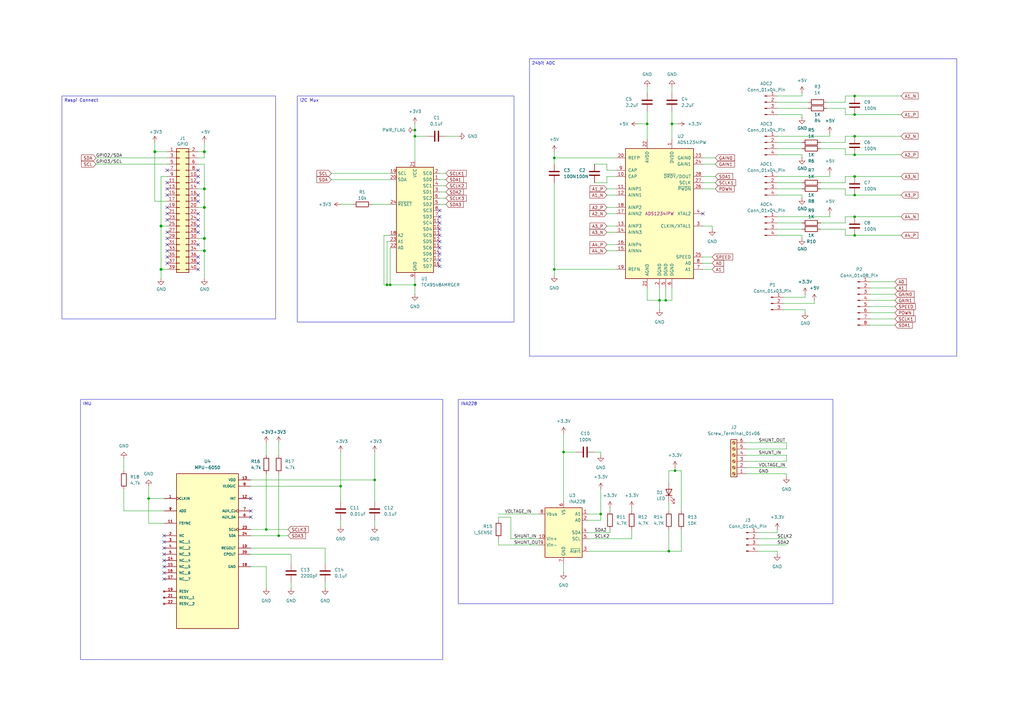
<source format=kicad_sch>
(kicad_sch (version 20231120) (generator "eeschema") (generator_version "8.0")
  (paper "A3")
  (title_block (title "ThrustStand HAT") (date "2024-09-09") (rev "A"))
  (junction (at 350.52 88.9))
  (junction (at 83.82 62.23) (diameter 1.016))
  (junction (at 83.82 77.47) (diameter 1.016))
  (junction (at 153.67 196.85))
  (junction (at 60.96 204.47))
  (junction (at 273.05 123.19))
  (junction (at 350.52 96.52))
  (junction (at 350.52 39.37))
  (junction (at 231.14 185.42))
  (junction (at 350.52 72.39))
  (junction (at 160.02 116.84))
  (junction (at 276.86 193.04))
  (junction (at 227.33 64.77))
  (junction (at 158.75 116.84))
  (junction (at 139.7 199.39))
  (junction (at 274.32 226.06))
  (junction (at 350.52 63.5))
  (junction (at 350.52 46.99))
  (junction (at 66.04 110.49) (diameter 1.016))
  (junction (at 114.3 219.71))
  (junction (at 265.43 50.8))
  (junction (at 66.04 92.71) (diameter 1.016))
  (junction (at 350.52 80.01))
  (junction (at 170.18 116.84))
  (junction (at 170.18 55.88))
  (junction (at 83.82 102.87) (diameter 1.016))
  (junction (at 227.33 110.49))
  (junction (at 170.18 53.34))
  (junction (at 350.52 55.88))
  (junction (at 246.38 210.82))
  (junction (at 109.22 217.17))
  (junction (at 83.82 97.79) (diameter 1.016))
  (junction (at 83.82 85.09) (diameter 1.016))
  (junction (at 275.59 50.8))
  (junction (at 270.51 123.19))
  (junction (at 63.5 62.23) (diameter 1.016))
  (no_connect (at 67.31 237.49))
  (no_connect (at 81.28 110.49))
  (no_connect (at 180.34 109.22))
  (no_connect (at 68.58 69.85))
  (no_connect (at 67.31 219.71))
  (no_connect (at 68.58 87.63))
  (no_connect (at 68.58 80.01))
  (no_connect (at 81.28 105.41))
  (no_connect (at 180.34 88.9))
  (no_connect (at 180.34 96.52))
  (no_connect (at 102.87 209.55))
  (no_connect (at 288.29 87.63))
  (no_connect (at 81.28 72.39))
  (no_connect (at 180.34 91.44))
  (no_connect (at 67.31 227.33))
  (no_connect (at 68.58 77.47))
  (no_connect (at 180.34 104.14))
  (no_connect (at 68.58 100.33))
  (no_connect (at 67.31 232.41))
  (no_connect (at 81.28 82.55))
  (no_connect (at 180.34 93.98))
  (no_connect (at 68.58 105.41))
  (no_connect (at 67.31 224.79))
  (no_connect (at 81.28 69.85))
  (no_connect (at 81.28 92.71))
  (no_connect (at 68.58 97.79))
  (no_connect (at 81.28 80.01))
  (no_connect (at 180.34 99.06))
  (no_connect (at 81.28 100.33))
  (no_connect (at 68.58 85.09))
  (no_connect (at 102.87 212.09))
  (no_connect (at 67.31 229.87))
  (no_connect (at 180.34 106.68))
  (no_connect (at 68.58 107.95))
  (no_connect (at 180.34 101.6))
  (no_connect (at 81.28 107.95))
  (no_connect (at 67.31 222.25))
  (no_connect (at 81.28 74.93))
  (no_connect (at 81.28 95.25))
  (no_connect (at 102.87 204.47))
  (no_connect (at 180.34 86.36))
  (no_connect (at 81.28 90.17))
  (no_connect (at 81.28 87.63))
  (no_connect (at 68.58 102.87))
  (no_connect (at 67.31 234.95))
  (no_connect (at 68.58 95.25))
  (no_connect (at 68.58 74.93))
  (no_connect (at 68.58 90.17))
  (wire (pts (xy 311.15 220.98) (xy 322.58 220.98)))
  (wire (pts (xy 66.04 92.71) (xy 66.04 110.49)))
  (wire (pts (xy 133.35 241.3) (xy 133.35 238.76)))
  (wire (pts (xy 340.36 87.63) (xy 340.36 88.9)))
  (wire (pts (xy 241.3 218.44) (xy 250.19 218.44)))
  (wire (pts (xy 288.29 72.39) (xy 293.37 72.39)))
  (wire (pts (xy 241.3 213.36) (xy 246.38 213.36)))
  (wire (pts (xy 336.55 58.42) (xy 346.71 58.42)))
  (wire (pts (xy 346.71 63.5) (xy 350.52 63.5)))
  (wire (pts (xy 328.93 80.01) (xy 328.93 81.28)))
  (wire (pts (xy 158.75 99.06) (xy 160.02 99.06)))
  (wire (pts (xy 83.82 67.31) (xy 83.82 77.47)))
  (wire (pts (xy 204.47 212.09) (xy 204.47 213.36)))
  (wire (pts (xy 83.82 85.09) (xy 81.28 85.09)))
  (wire (pts (xy 356.87 133.35) (xy 367.03 133.35)))
  (wire (pts (xy 275.59 50.8) (xy 275.59 57.15)))
  (wire (pts (xy 350.52 72.39) (xy 369.57 72.39)))
  (wire (pts (xy 321.31 121.92) (xy 330.2 121.92)))
  (wire (pts (xy 153.67 215.9) (xy 153.67 213.36)))
  (wire (pts (xy 170.18 53.34) (xy 170.18 55.88)))
  (wire (pts (xy 350.52 39.37) (xy 369.57 39.37)))
  (wire (pts (xy 306.07 189.23) (xy 322.58 189.23)))
  (wire (pts (xy 318.77 217.17) (xy 318.77 218.44)))
  (wire (pts (xy 274.32 217.17) (xy 274.32 226.06)))
  (wire (pts (xy 321.31 127) (xy 330.2 127)))
  (wire (pts (xy 83.82 97.79) (xy 83.82 102.87)))
  (wire (pts (xy 170.18 114.3) (xy 170.18 116.84)))
  (wire (pts (xy 288.29 92.71) (xy 292.1 92.71)))
  (wire (pts (xy 102.87 199.39) (xy 139.7 199.39)))
  (wire (pts (xy 346.71 55.88) (xy 350.52 55.88)))
  (wire (pts (xy 346.71 39.37) (xy 350.52 39.37)))
  (wire (pts (xy 139.7 83.82) (xy 144.78 83.82)))
  (wire (pts (xy 259.08 208.28) (xy 259.08 209.55)))
  (wire (pts (xy 318.77 80.01) (xy 328.93 80.01)))
  (wire (pts (xy 288.29 67.31) (xy 293.37 67.31)))
  (wire (pts (xy 265.43 45.72) (xy 265.43 50.8)))
  (wire (pts (xy 83.82 85.09) (xy 83.82 97.79)))
  (wire (pts (xy 279.4 193.04) (xy 279.4 209.55)))
  (wire (pts (xy 170.18 116.84) (xy 170.18 120.65)))
  (wire (pts (xy 114.3 181.61) (xy 114.3 186.69)))
  (wire (pts (xy 231.14 185.42) (xy 236.22 185.42)))
  (wire (pts (xy 66.04 72.39) (xy 66.04 92.71)))
  (wire (pts (xy 248.92 80.01) (xy 252.73 80.01)))
  (wire (pts (xy 276.86 191.77) (xy 276.86 193.04)))
  (wire (pts (xy 231.14 177.8) (xy 231.14 185.42)))
  (wire (pts (xy 160.02 101.6) (xy 160.02 116.84)))
  (wire (pts (xy 231.14 185.42) (xy 231.14 205.74)))
  (wire (pts (xy 328.93 46.99) (xy 328.93 48.26)))
  (wire (pts (xy 274.32 193.04) (xy 276.86 193.04)))
  (wire (pts (xy 180.34 73.66) (xy 182.88 73.66)))
  (wire (pts (xy 248.92 69.85) (xy 252.73 69.85)))
  (wire (pts (xy 336.55 60.96) (xy 346.71 60.96)))
  (wire (pts (xy 318.77 39.37) (xy 328.93 39.37)))
  (wire (pts (xy 170.18 50.8) (xy 170.18 53.34)))
  (wire (pts (xy 350.52 96.52) (xy 369.57 96.52)))
  (wire (pts (xy 66.04 72.39) (xy 68.58 72.39)))
  (wire (pts (xy 322.58 194.31) (xy 322.58 195.58)))
  (wire (pts (xy 119.38 241.3) (xy 119.38 238.76)))
  (wire (pts (xy 306.07 186.69) (xy 322.58 186.69)))
  (wire (pts (xy 356.87 120.65) (xy 367.03 120.65)))
  (wire (pts (xy 60.96 199.39) (xy 60.96 204.47)))
  (wire (pts (xy 248.92 72.39) (xy 248.92 74.93)))
  (wire (pts (xy 346.71 39.37) (xy 346.71 41.91)))
  (wire (pts (xy 275.59 35.56) (xy 275.59 38.1)))
  (wire (pts (xy 356.87 130.81) (xy 367.03 130.81)))
  (wire (pts (xy 306.07 181.61) (xy 322.58 181.61)))
  (wire (pts (xy 227.33 64.77) (xy 252.73 64.77)))
  (wire (pts (xy 318.77 41.91) (xy 331.47 41.91)))
  (wire (pts (xy 227.33 74.93) (xy 227.33 110.49)))
  (wire (pts (xy 209.55 220.98) (xy 220.98 220.98)))
  (wire (pts (xy 318.77 74.93) (xy 328.93 74.93)))
  (wire (pts (xy 276.86 193.04) (xy 279.4 193.04)))
  (wire (pts (xy 318.77 58.42) (xy 328.93 58.42)))
  (wire (pts (xy 180.34 83.82) (xy 182.88 83.82)))
  (wire (pts (xy 243.84 67.31) (xy 248.92 67.31)))
  (wire (pts (xy 227.33 110.49) (xy 252.73 110.49)))
  (wire (pts (xy 50.8 209.55) (xy 67.31 209.55)))
  (wire (pts (xy 66.04 92.71) (xy 68.58 92.71)))
  (wire (pts (xy 306.07 191.77) (xy 322.58 191.77)))
  (wire (pts (xy 346.71 80.01) (xy 350.52 80.01)))
  (wire (pts (xy 246.38 200.66) (xy 246.38 210.82)))
  (wire (pts (xy 248.92 100.33) (xy 252.73 100.33)))
  (wire (pts (xy 336.55 91.44) (xy 346.71 91.44)))
  (wire (pts (xy 139.7 199.39) (xy 139.7 205.74)))
  (wire (pts (xy 250.19 217.17) (xy 250.19 218.44)))
  (wire (pts (xy 209.55 212.09) (xy 209.55 220.98)))
  (wire (pts (xy 328.93 96.52) (xy 328.93 97.79)))
  (wire (pts (xy 346.71 77.47) (xy 346.71 80.01)))
  (wire (pts (xy 275.59 118.11) (xy 275.59 123.19)))
  (wire (pts (xy 321.31 124.46) (xy 334.01 124.46)))
  (wire (pts (xy 279.4 217.17) (xy 279.4 226.06)))
  (wire (pts (xy 66.04 110.49) (xy 66.04 114.3)))
  (wire (pts (xy 63.5 58.42) (xy 63.5 62.23)))
  (wire (pts (xy 135.89 71.12) (xy 160.02 71.12)))
  (wire (pts (xy 346.71 72.39) (xy 346.71 74.93)))
  (wire (pts (xy 350.52 80.01) (xy 369.57 80.01)))
  (wire (pts (xy 328.93 38.1) (xy 328.93 39.37)))
  (wire (pts (xy 182.88 55.88) (xy 187.96 55.88)))
  (wire (pts (xy 204.47 212.09) (xy 209.55 212.09)))
  (wire (pts (xy 273.05 123.19) (xy 275.59 123.19)))
  (wire (pts (xy 180.34 76.2) (xy 182.88 76.2)))
  (wire (pts (xy 288.29 110.49) (xy 292.1 110.49)))
  (wire (pts (xy 83.82 102.87) (xy 81.28 102.87)))
  (wire (pts (xy 265.43 35.56) (xy 265.43 38.1)))
  (wire (pts (xy 322.58 186.69) (xy 322.58 189.23)))
  (wire (pts (xy 356.87 123.19) (xy 367.03 123.19)))
  (wire (pts (xy 248.92 72.39) (xy 252.73 72.39)))
  (wire (pts (xy 275.59 45.72) (xy 275.59 50.8)))
  (wire (pts (xy 39.37 67.31) (xy 68.58 67.31)))
  (wire (pts (xy 157.48 116.84) (xy 158.75 116.84)))
  (wire (pts (xy 248.92 77.47) (xy 252.73 77.47)))
  (wire (pts (xy 288.29 77.47) (xy 293.37 77.47)))
  (wire (pts (xy 63.5 82.55) (xy 68.58 82.55)))
  (wire (pts (xy 346.71 88.9) (xy 346.71 91.44)))
  (wire (pts (xy 270.51 123.19) (xy 270.51 127)))
  (wire (pts (xy 68.58 64.77) (xy 39.37 64.77)))
  (wire (pts (xy 160.02 116.84) (xy 170.18 116.84)))
  (wire (pts (xy 83.82 62.23) (xy 83.82 64.77)))
  (wire (pts (xy 170.18 55.88) (xy 175.26 55.88)))
  (wire (pts (xy 318.77 60.96) (xy 328.93 60.96)))
  (wire (pts (xy 83.82 77.47) (xy 83.82 85.09)))
  (wire (pts (xy 83.82 77.47) (xy 81.28 77.47)))
  (wire (pts (xy 246.38 185.42) (xy 246.38 186.69)))
  (wire (pts (xy 356.87 118.11) (xy 367.03 118.11)))
  (wire (pts (xy 265.43 50.8) (xy 265.43 57.15)))
  (wire (pts (xy 311.15 218.44) (xy 318.77 218.44)))
  (wire (pts (xy 83.82 58.42) (xy 83.82 62.23)))
  (wire (pts (xy 170.18 55.88) (xy 170.18 66.04)))
  (wire (pts (xy 318.77 226.06) (xy 318.77 227.33)))
  (wire (pts (xy 346.71 44.45) (xy 346.71 46.99)))
  (wire (pts (xy 318.77 96.52) (xy 328.93 96.52)))
  (wire (pts (xy 83.82 62.23) (xy 81.28 62.23)))
  (wire (pts (xy 346.71 60.96) (xy 346.71 63.5)))
  (wire (pts (xy 60.96 214.63) (xy 67.31 214.63)))
  (wire (pts (xy 63.5 62.23) (xy 63.5 82.55)))
  (wire (pts (xy 288.29 74.93) (xy 293.37 74.93)))
  (wire (pts (xy 346.71 46.99) (xy 350.52 46.99)))
  (wire (pts (xy 157.48 96.52) (xy 160.02 96.52)))
  (wire (pts (xy 346.71 93.98) (xy 346.71 96.52)))
  (wire (pts (xy 330.2 127) (xy 330.2 128.27)))
  (wire (pts (xy 274.32 193.04) (xy 274.32 198.12)))
  (wire (pts (xy 109.22 181.61) (xy 109.22 186.69)))
  (wire (pts (xy 227.33 62.23) (xy 227.33 64.77)))
  (wire (pts (xy 306.07 184.15) (xy 322.58 184.15)))
  (wire (pts (xy 102.87 196.85) (xy 153.67 196.85)))
  (wire (pts (xy 318.77 55.88) (xy 340.36 55.88)))
  (wire (pts (xy 346.71 96.52) (xy 350.52 96.52)))
  (wire (pts (xy 328.93 63.5) (xy 328.93 64.77)))
  (wire (pts (xy 336.55 74.93) (xy 346.71 74.93)))
  (wire (pts (xy 139.7 215.9) (xy 139.7 213.36)))
  (wire (pts (xy 231.14 231.14) (xy 231.14 234.95)))
  (wire (pts (xy 243.84 74.93) (xy 248.92 74.93)))
  (wire (pts (xy 243.84 185.42) (xy 246.38 185.42)))
  (wire (pts (xy 153.67 185.42) (xy 153.67 196.85)))
  (wire (pts (xy 275.59 50.8) (xy 278.13 50.8)))
  (wire (pts (xy 204.47 220.98) (xy 204.47 223.52)))
  (wire (pts (xy 204.47 210.82) (xy 220.98 210.82)))
  (wire (pts (xy 114.3 219.71) (xy 118.11 219.71)))
  (wire (pts (xy 241.3 210.82) (xy 246.38 210.82)))
  (wire (pts (xy 346.71 88.9) (xy 350.52 88.9)))
  (wire (pts (xy 153.67 196.85) (xy 153.67 205.74)))
  (wire (pts (xy 83.82 64.77) (xy 81.28 64.77)))
  (wire (pts (xy 311.15 226.06) (xy 318.77 226.06)))
  (wire (pts (xy 340.36 71.12) (xy 340.36 72.39)))
  (wire (pts (xy 346.71 55.88) (xy 346.71 58.42)))
  (wire (pts (xy 152.4 83.82) (xy 160.02 83.82)))
  (wire (pts (xy 274.32 205.74) (xy 274.32 209.55)))
  (wire (pts (xy 273.05 118.11) (xy 273.05 123.19)))
  (wire (pts (xy 204.47 223.52) (xy 220.98 223.52)))
  (wire (pts (xy 274.32 226.06) (xy 279.4 226.06)))
  (wire (pts (xy 340.36 54.61) (xy 340.36 55.88)))
  (wire (pts (xy 102.87 224.79) (xy 133.35 224.79)))
  (wire (pts (xy 50.8 187.96) (xy 50.8 193.04)))
  (wire (pts (xy 339.09 44.45) (xy 346.71 44.45)))
  (wire (pts (xy 102.87 227.33) (xy 119.38 227.33)))
  (wire (pts (xy 350.52 63.5) (xy 369.57 63.5)))
  (wire (pts (xy 350.52 46.99) (xy 369.57 46.99)))
  (wire (pts (xy 109.22 217.17) (xy 118.11 217.17)))
  (wire (pts (xy 248.92 102.87) (xy 252.73 102.87)))
  (wire (pts (xy 133.35 224.79) (xy 133.35 231.14)))
  (wire (pts (xy 350.52 88.9) (xy 369.57 88.9)))
  (wire (pts (xy 66.04 110.49) (xy 68.58 110.49)))
  (wire (pts (xy 288.29 64.77) (xy 293.37 64.77)))
  (wire (pts (xy 119.38 227.33) (xy 119.38 231.14)))
  (wire (pts (xy 248.92 67.31) (xy 248.92 69.85)))
  (wire (pts (xy 288.29 107.95) (xy 292.1 107.95)))
  (wire (pts (xy 50.8 200.66) (xy 50.8 209.55)))
  (wire (pts (xy 270.51 123.19) (xy 273.05 123.19)))
  (wire (pts (xy 83.82 67.31) (xy 81.28 67.31)))
  (wire (pts (xy 318.77 72.39) (xy 340.36 72.39)))
  (wire (pts (xy 265.43 123.19) (xy 270.51 123.19)))
  (wire (pts (xy 330.2 120.65) (xy 330.2 121.92)))
  (wire (pts (xy 250.19 208.28) (xy 250.19 209.55)))
  (wire (pts (xy 102.87 217.17) (xy 109.22 217.17)))
  (wire (pts (xy 60.96 204.47) (xy 60.96 214.63)))
  (wire (pts (xy 248.92 95.25) (xy 252.73 95.25)))
  (wire (pts (xy 318.77 44.45) (xy 331.47 44.45)))
  (wire (pts (xy 346.71 72.39) (xy 350.52 72.39)))
  (wire (pts (xy 135.89 73.66) (xy 160.02 73.66)))
  (wire (pts (xy 288.29 105.41) (xy 292.1 105.41)))
  (wire (pts (xy 248.92 87.63) (xy 252.73 87.63)))
  (wire (pts (xy 180.34 78.74) (xy 182.88 78.74)))
  (wire (pts (xy 180.34 71.12) (xy 182.88 71.12)))
  (wire (pts (xy 248.92 92.71) (xy 252.73 92.71)))
  (wire (pts (xy 318.77 63.5) (xy 328.93 63.5)))
  (wire (pts (xy 336.55 93.98) (xy 346.71 93.98)))
  (wire (pts (xy 259.08 217.17) (xy 259.08 220.98)))
  (wire (pts (xy 180.34 81.28) (xy 182.88 81.28)))
  (wire (pts (xy 109.22 232.41) (xy 109.22 241.3)))
  (wire (pts (xy 83.82 102.87) (xy 83.82 114.3)))
  (wire (pts (xy 241.3 220.98) (xy 259.08 220.98)))
  (wire (pts (xy 339.09 41.91) (xy 346.71 41.91)))
  (wire (pts (xy 60.96 204.47) (xy 67.31 204.47)))
  (wire (pts (xy 292.1 92.71) (xy 292.1 93.98)))
  (wire (pts (xy 158.75 116.84) (xy 160.02 116.84)))
  (wire (pts (xy 102.87 232.41) (xy 109.22 232.41)))
  (wire (pts (xy 114.3 194.31) (xy 114.3 219.71)))
  (wire (pts (xy 322.58 181.61) (xy 322.58 184.15)))
  (wire (pts (xy 318.77 91.44) (xy 328.93 91.44)))
  (wire (pts (xy 311.15 223.52) (xy 322.58 223.52)))
  (wire (pts (xy 318.77 77.47) (xy 328.93 77.47)))
  (wire (pts (xy 227.33 113.03) (xy 227.33 110.49)))
  (wire (pts (xy 248.92 85.09) (xy 252.73 85.09)))
  (wire (pts (xy 265.43 118.11) (xy 265.43 123.19)))
  (wire (pts (xy 109.22 194.31) (xy 109.22 217.17)))
  (wire (pts (xy 83.82 97.79) (xy 81.28 97.79)))
  (wire (pts (xy 306.07 194.31) (xy 322.58 194.31)))
  (wire (pts (xy 356.87 128.27) (xy 367.03 128.27)))
  (wire (pts (xy 356.87 125.73) (xy 367.03 125.73)))
  (wire (pts (xy 63.5 62.23) (xy 68.58 62.23)))
  (wire (pts (xy 227.33 67.31) (xy 227.33 64.77)))
  (wire (pts (xy 246.38 210.82) (xy 246.38 213.36)))
  (wire (pts (xy 102.87 219.71) (xy 114.3 219.71)))
  (wire (pts (xy 318.77 93.98) (xy 328.93 93.98)))
  (wire (pts (xy 318.77 46.99) (xy 328.93 46.99)))
  (wire (pts (xy 261.62 50.8) (xy 265.43 50.8)))
  (wire (pts (xy 336.55 77.47) (xy 346.71 77.47)))
  (wire (pts (xy 139.7 185.42) (xy 139.7 199.39)))
  (wire (pts (xy 334.01 123.19) (xy 334.01 124.46)))
  (wire (pts (xy 241.3 226.06) (xy 274.32 226.06)))
  (wire (pts (xy 157.48 96.52) (xy 157.48 116.84)))
  (wire (pts (xy 158.75 99.06) (xy 158.75 116.84)))
  (wire (pts (xy 356.87 115.57) (xy 367.03 115.57)))
  (wire (pts (xy 350.52 55.88) (xy 369.57 55.88)))
  (wire (pts (xy 270.51 118.11) (xy 270.51 123.19)))
  (wire (pts (xy 318.77 88.9) (xy 340.36 88.9)))
  (text_box "IMU\n" (at 33.02 163.83 0) (size 148.59 106.68) (effects (font (size 1.27 1.27)) (justify left top)))
  (text_box "I2C Mux" (at 121.92 39.37 0) (size 88.9 92.71) (effects (font (size 1.27 1.27)) (justify left top)))
  (text_box "INA228\n" (at 187.96 163.83 0) (size 153.67 83.82) (effects (font (size 1.27 1.27)) (justify left top)))
  (text_box "24bit ADC" (at 217.17 24.13 0) (size 175.26 121.92) (effects (font (size 1.27 1.27)) (justify left top)))
  (text_box "Raspi Connect" (at 25.4 39.37 0) (size 87.63 91.44) (effects (font (size 1.27 1.27)) (justify left top)))
  (label "GND" (at 311.15 194.31 0))
  (label "SHUNT_IN" (at 210.82 220.98 0))
  (label "SDA2" (at 243.84 218.44 0))
  (label "VOLTAGE_IN" (at 207.01 210.82 0))
  (label "SHUNT_OUT" (at 311.15 181.61 0))
  (label "SCLK2" (at 243.84 220.98 0))
  (label "SDA2" (at 318.77 223.52 0))
  (label "VOLTAGE_IN" (at 311.15 191.77 0))
  (label "GPIO2{slash}SDA" (at 39.37 64.77 0))
  (label "GPIO3{slash}SCL" (at 39.37 67.31 0))
  (label "SHUNT_OUT" (at 210.82 223.52 0))
  (label "SCLK2" (at 318.77 220.98 0))
  (label "SHUNT_IN" (at 311.15 186.69 0))
  (global_label "SDA3" (shape input) (at 182.88 83.82 0) (property "Intersheetrefs" "${INTERSHEET_REFS}" (effects (hide yes))))
  (global_label "SCLK1" (shape input) (at 367.03 130.81 0) (property "Intersheetrefs" "${INTERSHEET_REFS}" (effects (hide yes))))
  (global_label "A4_P" (shape input) (at 248.92 100.33 180) (property "Intersheetrefs" "${INTERSHEET_REFS}" (effects (hide yes))))
  (global_label "SDA3" (shape input) (at 118.11 219.71 0) (property "Intersheetrefs" "${INTERSHEET_REFS}" (effects (hide yes))))
  (global_label "PDWN" (shape input) (at 367.03 128.27 0) (property "Intersheetrefs" "${INTERSHEET_REFS}" (effects (hide yes))))
  (global_label "A2_P" (shape input) (at 248.92 85.09 180) (property "Intersheetrefs" "${INTERSHEET_REFS}" (effects (hide yes))))
  (global_label "A2_P" (shape input) (at 369.57 63.5 0) (property "Intersheetrefs" "${INTERSHEET_REFS}" (effects (hide yes))))
  (global_label "A1_P" (shape input) (at 248.92 77.47 180) (property "Intersheetrefs" "${INTERSHEET_REFS}" (effects (hide yes))))
  (global_label "SDA1" (shape input) (at 182.88 73.66 0) (property "Intersheetrefs" "${INTERSHEET_REFS}" (effects (hide yes))))
  (global_label "A0" (shape input) (at 292.1 107.95 0) (property "Intersheetrefs" "${INTERSHEET_REFS}" (effects (hide yes))))
  (global_label "SCLK2" (shape input) (at 182.88 76.2 0) (property "Intersheetrefs" "${INTERSHEET_REFS}" (effects (hide yes))))
  (global_label "A4_N" (shape input) (at 248.92 102.87 180) (property "Intersheetrefs" "${INTERSHEET_REFS}" (effects (hide yes))))
  (global_label "A2_N" (shape input) (at 369.57 55.88 0) (property "Intersheetrefs" "${INTERSHEET_REFS}" (effects (hide yes))))
  (global_label "SDA" (shape input) (at 39.37 64.77 180) (property "Intersheetrefs" "${INTERSHEET_REFS}" (effects (hide yes))))
  (global_label "SCLK1" (shape input) (at 182.88 71.12 0) (property "Intersheetrefs" "${INTERSHEET_REFS}" (effects (hide yes))))
  (global_label "A3_N" (shape input) (at 369.57 72.39 0) (property "Intersheetrefs" "${INTERSHEET_REFS}" (effects (hide yes))))
  (global_label "SPEED" (shape input) (at 367.03 125.73 0) (property "Intersheetrefs" "${INTERSHEET_REFS}" (effects (hide yes))))
  (global_label "A1_N" (shape input) (at 248.92 80.01 180) (property "Intersheetrefs" "${INTERSHEET_REFS}" (effects (hide yes))))
  (global_label "SPEED" (shape input) (at 292.1 105.41 0) (property "Intersheetrefs" "${INTERSHEET_REFS}" (effects (hide yes))))
  (global_label "A3_P" (shape input) (at 369.57 80.01 0) (property "Intersheetrefs" "${INTERSHEET_REFS}" (effects (hide yes))))
  (global_label "SDA" (shape input) (at 135.89 73.66 180) (property "Intersheetrefs" "${INTERSHEET_REFS}" (effects (hide yes))))
  (global_label "A4_P" (shape input) (at 369.57 96.52 0) (property "Intersheetrefs" "${INTERSHEET_REFS}" (effects (hide yes))))
  (global_label "SCLK3" (shape input) (at 118.11 217.17 0) (property "Intersheetrefs" "${INTERSHEET_REFS}" (effects (hide yes))))
  (global_label "SDA1" (shape input) (at 367.03 133.35 0) (property "Intersheetrefs" "${INTERSHEET_REFS}" (effects (hide yes))))
  (global_label "SCLK3" (shape input) (at 182.88 81.28 0) (property "Intersheetrefs" "${INTERSHEET_REFS}" (effects (hide yes))))
  (global_label "A1_N" (shape input) (at 369.57 39.37 0) (property "Intersheetrefs" "${INTERSHEET_REFS}" (effects (hide yes))))
  (global_label "SCL" (shape input) (at 39.37 67.31 180) (property "Intersheetrefs" "${INTERSHEET_REFS}" (effects (hide yes))))
  (global_label "A3_N" (shape input) (at 248.92 95.25 180) (property "Intersheetrefs" "${INTERSHEET_REFS}" (effects (hide yes))))
  (global_label "SDA2" (shape input) (at 182.88 78.74 0) (property "Intersheetrefs" "${INTERSHEET_REFS}" (effects (hide yes))))
  (global_label "A1" (shape input) (at 292.1 110.49 0) (property "Intersheetrefs" "${INTERSHEET_REFS}" (effects (hide yes))))
  (global_label "GAIN0" (shape input) (at 367.03 120.65 0) (property "Intersheetrefs" "${INTERSHEET_REFS}" (effects (hide yes))))
  (global_label "PDWN" (shape input) (at 293.37 77.47 0) (property "Intersheetrefs" "${INTERSHEET_REFS}" (effects (hide yes))))
  (global_label "SCL" (shape input) (at 135.89 71.12 180) (property "Intersheetrefs" "${INTERSHEET_REFS}" (effects (hide yes))))
  (global_label "A3_P" (shape input) (at 248.92 92.71 180) (property "Intersheetrefs" "${INTERSHEET_REFS}" (effects (hide yes))))
  (global_label "A1" (shape input) (at 367.03 118.11 0) (property "Intersheetrefs" "${INTERSHEET_REFS}" (effects (hide yes))))
  (global_label "A4_N" (shape input) (at 369.57 88.9 0) (property "Intersheetrefs" "${INTERSHEET_REFS}" (effects (hide yes))))
  (global_label "A2_N" (shape input) (at 248.92 87.63 180) (property "Intersheetrefs" "${INTERSHEET_REFS}" (effects (hide yes))))
  (global_label "A1_P" (shape input) (at 369.57 46.99 0) (property "Intersheetrefs" "${INTERSHEET_REFS}" (effects (hide yes))))
  (global_label "GAIN0" (shape input) (at 293.37 64.77 0) (property "Intersheetrefs" "${INTERSHEET_REFS}" (effects (hide yes))))
  (global_label "A0" (shape input) (at 367.03 115.57 0) (property "Intersheetrefs" "${INTERSHEET_REFS}" (effects (hide yes))))
  (global_label "GAIN1" (shape input) (at 293.37 67.31 0) (property "Intersheetrefs" "${INTERSHEET_REFS}" (effects (hide yes))))
  (global_label "SDA1" (shape input) (at 293.37 72.39 0) (property "Intersheetrefs" "${INTERSHEET_REFS}" (effects (hide yes))))
  (global_label "SCLK1" (shape input) (at 293.37 74.93 0) (property "Intersheetrefs" "${INTERSHEET_REFS}" (effects (hide yes))))
  (global_label "GAIN1" (shape input) (at 367.03 123.19 0) (property "Intersheetrefs" "${INTERSHEET_REFS}" (effects (hide yes))))
  (symbol (lib_id "power:+5V") (at 83.82 58.42 0) (unit 1)
    (property "Reference" "#PWR01" (effects (hide yes)))
    (property "Value" "+5V" (at 84.1883 54.0956 0))
  )
  (symbol (lib_id "power:+3.3V") (at 63.5 58.42 0) (unit 1)
    (property "Reference" "#PWR04" (effects (hide yes)))
    (property "Value" "+3V3" (at 63.8683 54.0956 0))
  )
  (symbol (lib_id "power:GND") (at 83.82 114.3 0) (unit 1)
    (property "Reference" "#PWR02" (effects (hide yes)))
    (property "Value" "GND" (at 83.9343 118.6244 0))
  )
  (symbol (lib_id "power:GND") (at 66.04 114.3 0) (unit 1)
    (property "Reference" "#PWR03" (effects (hide yes)))
    (property "Value" "GND" (at 66.1543 118.6244 0))
  )
  (symbol (lib_id "library:Conn_02x20_Odd_Even") (at 73.66 85.09 0) (unit 1)
    (property "Reference" "J1" (at 74.93 56.7498 0))
    (property "Value" "GPIO" (at 74.93 59.055 0))
    (property "Footprint" "Connector_PinSocket_2.54mm:PinSocket_2x20_P2.54mm_Vertical" (effects (hide yes)))
  )
  (symbol (lib_id "library:C") (at 275.59 41.91 0) (unit 1)
    (property "Reference" "C4" (at 279.4 40.6399 0) (effects (justify left)))
    (property "Value" "2.2uF" (at 279.4 43.1799 0) (effects (justify left)))
    (property "Footprint" "Capacitor_SMD:C_0402_1005Metric" (effects (hide yes)))
    (property "Description" "Unpolarized capacitor" (effects (hide yes)))
  )
  (symbol (lib_id "library:R") (at 259.08 213.36 0) (unit 1)
    (property "Reference" "R12" (at 261.62 212.0899 0) (effects (justify left)))
    (property "Value" "4.7K" (at 261.62 214.6299 0) (effects (justify left)))
    (property "Footprint" "Resistor_SMD:R_0603_1608Metric" (effects (hide yes)))
    (property "Description" "Resistor" (effects (hide yes)))
  )
  (symbol (lib_id "library:R") (at 250.19 213.36 0) (unit 1)
    (property "Reference" "R11" (at 252.73 212.0899 0) (effects (justify left)))
    (property "Value" "4.7K" (at 252.73 214.6299 0) (effects (justify left)))
    (property "Footprint" "Resistor_SMD:R_0603_1608Metric" (effects (hide yes)))
    (property "Description" "Resistor" (effects (hide yes)))
  )
  (symbol (lib_id "power:GND") (at 328.93 64.77 0) (unit 1)
    (property "Reference" "#PWR016" (effects (hide yes)))
    (property "Value" "GND" (at 329.0443 69.0944 0))
  )
  (symbol (lib_name "+5V_3") (lib_id "power:+5V") (at 340.36 87.63 0) (unit 1)
    (property "Reference" "#PWR020" (effects (hide yes)))
    (property "Value" "+5V" (at 340.36 82.55 0))
    (property "Description" "Power symbol creates a global label with name \"+5V\"" (effects (hide yes)))
  )
  (symbol (lib_id "power:GND") (at 119.38 241.3 0) (unit 1)
    (property "Reference" "#PWR043" (effects (hide yes)))
    (property "Value" "GND" (at 119.38 246.38 0))
    (property "Description" "Power symbol creates a global label with name \"GND\" , ground" (effects (hide yes)))
  )
  (symbol (lib_name "GND_1") (lib_id "power:GND") (at 231.14 234.95 0) (unit 1)
    (property "Reference" "#PWR030" (effects (hide yes)))
    (property "Value" "GND" (at 231.14 240.03 0))
    (property "Description" "Power symbol creates a global label with name \"GND\" , ground" (effects (hide yes)))
  )
  (symbol (lib_id "library:C") (at 139.7 209.55 0) (unit 1)
    (property "Reference" "C11" (at 143.51 208.2799 0) (effects (justify left)))
    (property "Value" "0.01uF" (at 143.51 210.8199 0) (effects (justify left)))
    (property "Footprint" "Capacitor_SMD:C_0603_1608Metric" (effects (hide yes)))
    (property "Description" "Unpolarized capacitor" (effects (hide yes)))
  )
  (symbol (lib_id "library:C") (at 350.52 92.71 0) (unit 1)
    (property "Reference" "C8" (at 354.33 91.4399 0) (effects (justify left)))
    (property "Value" "100N" (at 354.33 93.9799 0) (effects (justify left)))
    (property "Footprint" "Capacitor_SMD:C_0402_1005Metric" (effects (hide yes)))
    (property "Description" "Unpolarized capacitor" (effects (hide yes)))
  )
  (symbol (lib_id "power:GND") (at 328.93 81.28 0) (unit 1)
    (property "Reference" "#PWR015" (effects (hide yes)))
    (property "Value" "GND" (at 329.0443 85.6044 0))
  )
  (symbol (lib_id "library:C") (at 119.38 234.95 0) (unit 1)
    (property "Reference" "C13" (at 123.19 233.6799 0) (effects (justify left)))
    (property "Value" "2200pF" (at 123.19 236.2199 0) (effects (justify left)))
    (property "Footprint" "Capacitor_SMD:C_0402_1005Metric" (effects (hide yes)))
    (property "Description" "Unpolarized capacitor" (effects (hide yes)))
  )
  (symbol (lib_name "+3.3V_3") (lib_id "power:+3.3V") (at 231.14 177.8 0) (unit 1)
    (property "Reference" "#PWR028" (effects (hide yes)))
    (property "Value" "+3.3V" (at 231.14 172.72 0))
    (property "Description" "Power symbol creates a global label with name \"+3.3V\"" (effects (hide yes)))
  )
  (symbol (lib_id "power:GND") (at 328.93 97.79 0) (unit 1)
    (property "Reference" "#PWR014" (effects (hide yes)))
    (property "Value" "GND" (at 329.0443 102.1144 0))
  )
  (symbol (lib_id "power:GND") (at 109.22 241.3 0) (unit 1)
    (property "Reference" "#PWR042" (effects (hide yes)))
    (property "Value" "GND" (at 109.22 246.38 0))
    (property "Description" "Power symbol creates a global label with name \"GND\" , ground" (effects (hide yes)))
  )
  (symbol (lib_id "library:ADS1234IPW") (at 270.51 87.63 0) (unit 1)
    (property "Reference" "U2" (at 277.7841 55.88 0) (effects (justify left)))
    (property "Value" "ADS1234IPW" (at 277.7841 58.42 0) (effects (justify left)))
    (property "Footprint" "Package_SO:TSSOP-28_4.4x7.8mm_P0.5mm" (effects (hide yes)))
    (property "Datasheet" "http://www.ti.com/lit/ds/symlink/ads1232.pdf" (effects (hide yes)))
    (property "Description" "Dual Bridge 24bit ADC for Sensors, TSSOP-28" (effects (hide yes)))
    (property "Manufacturer Part Number/ Generic Part Number[PCB Power]" "ADS1234IPW" (at 270.51 87.63 0))
    (property "Manufacturer Nam" "Texas Instruments    " (effects (hide yes)))
  )
  (symbol (lib_name "GND_1") (lib_id "power:GND") (at 318.77 227.33 0) (unit 1)
    (property "Reference" "#PWR032" (effects (hide yes)))
    (property "Value" "GND" (at 318.77 232.41 0))
    (property "Description" "Power symbol creates a global label with name \"GND\" , ground" (effects (hide yes)))
  )
  (symbol (lib_id "library:R") (at 335.28 41.91 270) (unit 1)
    (property "Reference" "R3" (at 335.28 35.56 90))
    (property "Value" "1K" (at 335.28 38.1 90))
    (property "Footprint" "Resistor_SMD:R_0603_1608Metric" (effects (hide yes)))
    (property "Description" "Resistor" (effects (hide yes)))
  )
  (symbol (lib_id "power:+3V3") (at 139.7 83.82 90) (unit 1)
    (property "Reference" "#PWR047" (effects (hide yes)))
    (property "Value" "+3V3" (at 135.89 83.8199 90) (effects (justify left)))
    (property "Description" "Power symbol creates a global label with name \"+3V3\"" (effects (hide yes)))
  )
  (symbol (lib_name "+3.3V_2") (lib_id "power:+3.3V") (at 318.77 217.17 0) (unit 1)
    (property "Reference" "#PWR033" (effects (hide yes)))
    (property "Value" "+3.3V" (at 318.77 212.09 0))
    (property "Description" "Power symbol creates a global label with name \"+3.3V\"" (effects (hide yes)))
  )
  (symbol (lib_id "power:GND") (at 50.8 187.96 180) (unit 1)
    (property "Reference" "#PWR038" (effects (hide yes)))
    (property "Value" "GND" (at 50.8 182.88 0))
    (property "Description" "Power symbol creates a global label with name \"GND\" , ground" (effects (hide yes)))
  )
  (symbol (lib_id "library:Conn_01x04_Pin") (at 313.69 74.93 0) (unit 1)
    (property "Reference" "ADC1" (at 314.325 67.31 0))
    (property "Value" "Conn_01x04_Pin" (at 314.325 69.85 0))
    (property "Footprint" "Connector_PinHeader_2.54mm:PinHeader_1x04_P2.54mm_Vertical" (effects (hide yes)))
    (property "Description" "Generic connector, single row, 01x04, script generated" (effects (hide yes)))
  )
  (symbol (lib_name "GND_1") (lib_id "power:GND") (at 322.58 195.58 0) (unit 1)
    (property "Reference" "#PWR031" (effects (hide yes)))
    (property "Value" "GND" (at 322.58 200.66 0))
    (property "Description" "Power symbol creates a global label with name \"GND\" , ground" (effects (hide yes)))
  )
  (symbol (lib_name "+5V_1") (lib_id "power:+5V") (at 227.33 62.23 0) (unit 1)
    (property "Reference" "#PWR07" (effects (hide yes)))
    (property "Value" "+5V" (at 227.33 57.15 0))
    (property "Description" "Power symbol creates a global label with name \"+5V\"" (effects (hide yes)))
  )
  (symbol (lib_name "GND_1") (lib_id "power:GND") (at 275.59 35.56 180) (unit 1)
    (property "Reference" "#PWR010" (effects (hide yes)))
    (property "Value" "GND" (at 275.59 30.48 0))
    (property "Description" "Power symbol creates a global label with name \"GND\" , ground" (effects (hide yes)))
  )
  (symbol (lib_name "+3.3V_2") (lib_id "power:+3.3V") (at 330.2 120.65 0) (unit 1)
    (property "Reference" "#PWR022" (effects (hide yes)))
    (property "Value" "+3.3V" (at 330.2 115.57 0))
    (property "Description" "Power symbol creates a global label with name \"+3.3V\"" (effects (hide yes)))
  )
  (symbol (lib_id "library:C") (at 265.43 41.91 0) (unit 1)
    (property "Reference" "C5" (at 256.54 40.64 0) (effects (justify left)))
    (property "Value" "2.2uF" (at 256.54 43.18 0) (effects (justify left)))
    (property "Footprint" "Capacitor_SMD:C_0402_1005Metric" (effects (hide yes)))
    (property "Description" "Unpolarized capacitor" (effects (hide yes)))
  )
  (symbol (lib_id "library:R") (at 148.59 83.82 270) (unit 1)
    (property "Reference" "R1" (at 148.59 78.74 90))
    (property "Value" "10k" (at 148.59 81.28 90))
    (property "Footprint" "Resistor_SMD:R_0603_1608Metric" (effects (hide yes)))
    (property "Description" "Resistor" (effects (hide yes)))
  )
  (symbol (lib_id "power:GND") (at 170.18 120.65 0) (unit 1)
    (property "Reference" "#PWR048" (effects (hide yes)))
    (property "Value" "GND" (at 170.18 125.73 0))
    (property "Description" "Power symbol creates a global label with name \"GND\" , ground" (effects (hide yes)))
  )
  (symbol (lib_name "+3.3V_1") (lib_id "power:+3.3V") (at 278.13 50.8 270) (unit 1)
    (property "Reference" "#PWR011" (effects (hide yes)))
    (property "Value" "+3.3V" (at 281.94 50.7999 90) (effects (justify left)))
    (property "Description" "Power symbol creates a global label with name \"+3.3V\"" (effects (hide yes)))
  )
  (symbol (lib_id "IMU 1.2-rescue:+3V3-power") (at 153.67 185.42 0) (unit 1)
    (property "Reference" "#PWR037" (effects (hide yes)))
    (property "Value" "+3V3" (at 154.051 181.0258 0))
  )
  (symbol (lib_id "power:GND") (at 153.67 215.9 0) (unit 1)
    (property "Reference" "#PWR041" (effects (hide yes)))
    (property "Value" "GND" (at 153.67 220.98 0))
    (property "Description" "Power symbol creates a global label with name \"GND\" , ground" (effects (hide yes)))
  )
  (symbol (lib_name "+5V_3") (lib_id "power:+5V") (at 328.93 38.1 0) (unit 1)
    (property "Reference" "#PWR013" (effects (hide yes)))
    (property "Value" "+5V" (at 328.93 33.02 0))
    (property "Description" "Power symbol creates a global label with name \"+5V\"" (effects (hide yes)))
  )
  (symbol (lib_id "library:INA228") (at 231.14 218.44 0) (unit 1)
    (property "Reference" "U3" (at 233.3341 203.2 0) (effects (justify left)))
    (property "Value" "INA228" (at 233.3341 205.74 0) (effects (justify left)))
    (property "Footprint" "Package_SO:VSSOP-10_3x3mm_P0.5mm" (effects (hide yes)))
    (property "Datasheet" "https://www.ti.com/lit/ds/symlink/ina228.pdf" (effects (hide yes)))
    (property "Description" "High-Side or Low-Side Measurement, Bi-Directional Current and Power Monitor (0-85V) with I2C, SMBus-, and PMBus-Compatible Interface, VSSOP-10" (effects (hide yes)))
  )
  (symbol (lib_name "+5V_3") (lib_id "power:+5V") (at 340.36 71.12 0) (unit 1)
    (property "Reference" "#PWR019" (effects (hide yes)))
    (property "Value" "+5V" (at 340.36 66.04 0))
    (property "Description" "Power symbol creates a global label with name \"+5V\"" (effects (hide yes)))
  )
  (symbol (lib_name "GND_1") (lib_id "power:GND") (at 265.43 35.56 180) (unit 1)
    (property "Reference" "#PWR09" (effects (hide yes)))
    (property "Value" "GND" (at 265.43 30.48 0))
    (property "Description" "Power symbol creates a global label with name \"GND\" , ground" (effects (hide yes)))
  )
  (symbol (lib_name "+5V_3") (lib_id "power:+5V") (at 340.36 54.61 0) (unit 1)
    (property "Reference" "#PWR018" (effects (hide yes)))
    (property "Value" "+5V" (at 340.36 49.53 0))
    (property "Description" "Power symbol creates a global label with name \"+5V\"" (effects (hide yes)))
  )
  (symbol (lib_id "library:R") (at 332.74 60.96 270) (unit 1)
    (property "Reference" "R6" (at 332.74 66.04 90))
    (property "Value" "1K" (at 332.74 63.5 90))
    (property "Footprint" "Resistor_SMD:R_0603_1608Metric" (effects (hide yes)))
    (property "Description" "Resistor" (effects (hide yes)))
  )
  (symbol (lib_id "library:R") (at 332.74 93.98 270) (unit 1)
    (property "Reference" "R10" (at 332.74 99.06 90))
    (property "Value" "1K" (at 332.74 96.52 90))
    (property "Footprint" "Resistor_SMD:R_0603_1608Metric" (effects (hide yes)))
    (property "Description" "Resistor" (effects (hide yes)))
  )
  (symbol (lib_id "library:TCA9548AMRGER") (at 170.18 88.9 0) (unit 1)
    (property "Reference" "U1" (at 172.72 114.3 0) (effects (justify left)))
    (property "Value" "TCA9548AMRGER" (at 172.72 116.84 0) (effects (justify left)))
    (property "Footprint" "Package_DFN_QFN:Texas_RGE0024C_VQFN-24-1EP_4x4mm_P0.5mm_EP2.1x2.1mm" (effects (hide yes)))
    (property "Datasheet" "http://www.ti.com/lit/ds/symlink/tca9548a.pdf" (effects (hide yes)))
    (property "Description" "Low voltage 8-channel I2C switch with reset, VQFN-24" (effects (hide yes)))
    (property "Manufacturer Part Number/ Generic Part Number[PCB Power]" "TCA9548AMRGER" (effects (hide yes)))
    (property "Manufacturer Name" "Texas Instruments " (effects (hide yes)))
  )
  (symbol (lib_name "GND_1") (lib_id "power:GND") (at 246.38 186.69 0) (unit 1)
    (property "Reference" "#PWR029" (effects (hide yes)))
    (property "Value" "GND" (at 246.38 191.77 0))
    (property "Description" "Power symbol creates a global label with name \"GND\" , ground" (effects (hide yes)))
  )
  (symbol (lib_id "power:PWR_FLAG") (at 170.18 53.34 90) (unit 1)
    (property "Reference" "#FLG01" (effects (hide yes)))
    (property "Value" "PWR_FLAG" (at 166.37 53.3399 90) (effects (justify left)))
    (property "Description" "Special symbol for telling ERC where power comes from" (effects (hide yes)))
  )
  (symbol (lib_id "library:C") (at 350.52 76.2 0) (unit 1)
    (property "Reference" "C7" (at 354.33 74.9299 0) (effects (justify left)))
    (property "Value" "100N" (at 354.33 77.4699 0) (effects (justify left)))
    (property "Footprint" "Capacitor_SMD:C_0402_1005Metric" (effects (hide yes)))
    (property "Description" "Unpolarized capacitor" (effects (hide yes)))
  )
  (symbol (lib_id "library:Conn_01x08_Pin") (at 351.79 123.19 0) (unit 1)
    (property "Reference" "P2" (at 352.425 110.49 0))
    (property "Value" "Conn_01x08_Pin" (at 352.425 113.03 0))
    (property "Footprint" "Connector_PinHeader_2.54mm:PinHeader_1x08_P2.54mm_Vertical" (effects (hide yes)))
    (property "Description" "Generic connector, single row, 01x08, script generated" (effects (hide yes)))
  )
  (symbol (lib_name "GND_1") (lib_id "power:GND") (at 270.51 127 0) (unit 1)
    (property "Reference" "#PWR05" (effects (hide yes)))
    (property "Value" "GND" (at 270.51 132.08 0))
    (property "Description" "Power symbol creates a global label with name \"GND\" , ground" (effects (hide yes)))
  )
  (symbol (lib_id "library:C") (at 153.67 209.55 0) (unit 1)
    (property "Reference" "C12" (at 157.48 208.2799 0) (effects (justify left)))
    (property "Value" "0.1uF" (at 157.48 210.8199 0) (effects (justify left)))
    (property "Footprint" "Capacitor_SMD:C_0603_1608Metric" (effects (hide yes)))
    (property "Description" "Unpolarized capacitor" (effects (hide yes)))
  )
  (symbol (lib_id "library:C") (at 350.52 59.69 0) (unit 1)
    (property "Reference" "C6" (at 354.33 58.4199 0) (effects (justify left)))
    (property "Value" "100N" (at 354.33 60.9599 0) (effects (justify left)))
    (property "Footprint" "Capacitor_SMD:C_0402_1005Metric" (effects (hide yes)))
    (property "Description" "Unpolarized capacitor" (effects (hide yes)))
  )
  (symbol (lib_id "power:GND") (at 328.93 48.26 0) (unit 1)
    (property "Reference" "#PWR017" (effects (hide yes)))
    (property "Value" "GND" (at 329.0443 52.5844 0))
  )
  (symbol (lib_id "power:GND") (at 133.35 241.3 0) (unit 1)
    (property "Reference" "#PWR044" (effects (hide yes)))
    (property "Value" "GND" (at 133.35 246.38 0))
    (property "Description" "Power symbol creates a global label with name \"GND\" , ground" (effects (hide yes)))
  )
  (symbol (lib_id "library:Screw_Terminal_01x06") (at 300.99 189.23 180) (unit 1)
    (property "Reference" "J2" (at 300.99 175.26 0))
    (property "Value" "Screw_Terminal_01x06" (at 300.99 177.8 0))
    (property "Footprint" "TerminalBlock_4Ucon:TerminalBlock_4Ucon_1x06_P3.50mm_Vertical" (effects (hide yes)))
    (property "Description" "Generic screw terminal, single row, 01x06, script generated (kicad-library-utils/schlib/autogen/connector/)" (effects (hide yes)))
  )
  (symbol (lib_id "power:GND") (at 60.96 199.39 180) (unit 1)
    (property "Reference" "#PWR039" (effects (hide yes)))
    (property "Value" "GND" (at 60.96 194.31 0))
    (property "Description" "Power symbol creates a global label with name \"GND\" , ground" (effects (hide yes)))
  )
  (symbol (lib_id "library:R") (at 332.74 74.93 270) (unit 1)
    (property "Reference" "R7" (at 332.74 69.85 90))
    (property "Value" "1K" (at 332.74 72.39 90))
    (property "Footprint" "Resistor_SMD:R_0603_1608Metric" (effects (hide yes)))
    (property "Description" "Resistor" (effects (hide yes)))
  )
  (symbol (lib_id "library:MPU-6050") (at 85.09 214.63 0) (unit 1)
    (property "Reference" "U4" (at 85.09 189.23 0))
    (property "Value" "MPU-6050" (at 85.09 191.77 0))
    (property "Footprint" "MPU6050:QFN50P400X400X95-24N" (effects (hide yes)))
    (property "PARTREV" "3.4" (effects (hide yes)))
    (property "MANUFACTURER" "InvenSense" (effects (hide yes)))
    (property "MAXIMUM_PACKAGE_HEIGHT" "0.95mm" (effects (hide yes)))
    (property "STANDARD" "IPC-7351B" (effects (hide yes)))
  )
  (symbol (lib_id "power:+3V3") (at 170.18 50.8 0) (unit 1)
    (property "Reference" "#PWR045" (effects (hide yes)))
    (property "Value" "+3V3" (at 170.18 45.72 0))
    (property "Description" "Power symbol creates a global label with name \"+3V3\"" (effects (hide yes)))
  )
  (symbol (lib_id "library:C") (at 243.84 71.12 0) (unit 1)
    (property "Reference" "C2" (at 237.49 69.85 0) (effects (justify left)))
    (property "Value" "100N" (at 236.22 72.39 0) (effects (justify left)))
    (property "Footprint" "Capacitor_SMD:C_0402_1005Metric" (effects (hide yes)))
    (property "Description" "Unpolarized capacitor" (effects (hide yes)))
  )
  (symbol (lib_id "library:C") (at 133.35 234.95 0) (unit 1)
    (property "Reference" "C14" (at 137.16 233.6799 0) (effects (justify left)))
    (property "Value" "0.1uF" (at 137.16 236.2199 0) (effects (justify left)))
    (property "Footprint" "Capacitor_SMD:C_0603_1608Metric" (effects (hide yes)))
    (property "Description" "Unpolarized capacitor" (effects (hide yes)))
  )
  (symbol (lib_id "library:C") (at 240.03 185.42 90) (unit 1)
    (property "Reference" "C10" (at 240.03 177.8 90))
    (property "Value" "100N" (at 240.03 180.34 90))
    (property "Footprint" "Capacitor_SMD:C_0402_1005Metric" (effects (hide yes)))
    (property "Description" "Unpolarized capacitor" (effects (hide yes)))
  )
  (symbol (lib_id "IMU 1.2-rescue:+3V3-power") (at 109.22 181.61 0) (unit 1)
    (property "Reference" "#PWR034" (effects (hide yes)))
    (property "Value" "+3V3" (at 109.601 177.2158 0))
  )
  (symbol (lib_id "IMU 1.2-rescue:+3V3-power") (at 114.3 181.61 0) (unit 1)
    (property "Reference" "#PWR035" (effects (hide yes)))
    (property "Value" "+3V3" (at 114.681 177.2158 0))
  )
  (symbol (lib_id "library:R") (at 50.8 196.85 0) (unit 1)
    (property "Reference" "R18" (at 53.34 195.5799 0) (effects (justify left)))
    (property "Value" "4.7k" (at 53.34 198.1199 0) (effects (justify left)))
    (property "Footprint" "Resistor_SMD:R_0603_1608Metric" (effects (hide yes)))
    (property "Description" "Resistor" (effects (hide yes)))
  )
  (symbol (lib_id "library:Conn_01x04_Pin") (at 313.69 58.42 0) (unit 1)
    (property "Reference" "ADC3" (at 314.325 50.8 0))
    (property "Value" "Conn_01x04_Pin" (at 314.325 53.34 0))
    (property "Footprint" "Connector_PinHeader_2.54mm:PinHeader_1x04_P2.54mm_Vertical" (effects (hide yes)))
    (property "Description" "Generic connector, single row, 01x04, script generated" (effects (hide yes)))
  )
  (symbol (lib_id "power:GND") (at 187.96 55.88 90) (unit 1)
    (property "Reference" "#PWR046" (effects (hide yes)))
    (property "Value" "GND" (at 191.77 55.8799 90) (effects (justify right)))
    (property "Description" "Power symbol creates a global label with name \"GND\" , ground" (effects (hide yes)))
  )
  (symbol (lib_name "+5V_4") (lib_id "power:+5V") (at 334.01 123.19 0) (unit 1)
    (property "Reference" "#PWR023" (effects (hide yes)))
    (property "Value" "+5V" (at 334.01 118.11 0))
    (property "Description" "Power symbol creates a global label with name \"+5V\"" (effects (hide yes)))
  )
  (symbol (lib_id "library:R") (at 335.28 44.45 270) (unit 1)
    (property "Reference" "R4" (at 335.28 49.53 90))
    (property "Value" "1K" (at 335.28 46.99 90))
    (property "Footprint" "Resistor_SMD:R_0603_1608Metric" (effects (hide yes)))
    (property "Description" "Resistor" (effects (hide yes)))
  )
  (symbol (lib_id "power:GND") (at 330.2 128.27 0) (unit 1)
    (property "Reference" "#PWR021" (effects (hide yes)))
    (property "Value" "GND" (at 330.3143 132.5944 0))
  )
  (symbol (lib_id "library:Conn_01x04_Pin") (at 313.69 41.91 0) (unit 1)
    (property "Reference" "ADC2" (at 314.325 34.29 0))
    (property "Value" "Conn_01x04_Pin" (at 314.325 36.83 0))
    (property "Footprint" "Connector_PinHeader_2.54mm:PinHeader_1x04_P2.54mm_Vertical" (effects (hide yes)))
    (property "Description" "Generic connector, single row, 01x04, script generated" (effects (hide yes)))
  )
  (symbol (lib_id "library:R") (at 332.74 58.42 270) (unit 1)
    (property "Reference" "R5" (at 332.74 53.34 90))
    (property "Value" "1K" (at 332.74 55.88 90))
    (property "Footprint" "Resistor_SMD:R_0603_1608Metric" (effects (hide yes)))
    (property "Description" "Resistor" (effects (hide yes)))
  )
  (symbol (lib_id "power:GND") (at 139.7 215.9 0) (unit 1)
    (property "Reference" "#PWR040" (effects (hide yes)))
    (property "Value" "GND" (at 139.7 220.98 0))
    (property "Description" "Power symbol creates a global label with name \"GND\" , ground" (effects (hide yes)))
  )
  (symbol (lib_id "library:R") (at 332.74 77.47 270) (unit 1)
    (property "Reference" "R8" (at 332.74 82.55 90))
    (property "Value" "1K" (at 332.74 80.01 90))
    (property "Footprint" "Resistor_SMD:R_0603_1608Metric" (effects (hide yes)))
    (property "Description" "Resistor" (effects (hide yes)))
  )
  (symbol (lib_id "library:C") (at 179.07 55.88 90) (unit 1)
    (property "Reference" "C1" (at 179.07 48.26 90))
    (property "Value" "0.1uF" (at 179.07 50.8 90))
    (property "Footprint" "Capacitor_SMD:C_0603_1608Metric" (effects (hide yes)))
    (property "Description" "Unpolarized capacitor" (effects (hide yes)))
  )
  (symbol (lib_name "+5V_2") (lib_id "power:+5V") (at 261.62 50.8 90) (unit 1)
    (property "Reference" "#PWR012" (effects (hide yes)))
    (property "Value" "+5V" (at 257.81 50.7999 90) (effects (justify left)))
    (property "Description" "Power symbol creates a global label with name \"+5V\"" (effects (hide yes)))
  )
  (symbol (lib_id "library:R") (at 332.74 91.44 270) (unit 1)
    (property "Reference" "R9" (at 332.74 86.36 90))
    (property "Value" "1K" (at 332.74 88.9 90))
    (property "Footprint" "Resistor_SMD:R_0603_1608Metric" (effects (hide yes)))
    (property "Description" "Resistor" (effects (hide yes)))
  )
  (symbol (lib_name "GND_1") (lib_id "power:GND") (at 292.1 93.98 0) (unit 1)
    (property "Reference" "#PWR06" (effects (hide yes)))
    (property "Value" "GND" (at 292.1 99.06 0))
    (property "Description" "Power symbol creates a global label with name \"GND\" , ground" (effects (hide yes)))
  )
  (symbol (lib_id "library:R") (at 279.4 213.36 0) (unit 1)
    (property "Reference" "R13" (at 281.94 212.0899 0) (effects (justify left)))
    (property "Value" "10K" (at 281.94 214.6299 0) (effects (justify left)))
    (property "Footprint" "Resistor_SMD:R_0603_1608Metric" (effects (hide yes)))
    (property "Description" "Resistor" (effects (hide yes)))
  )
  (symbol (lib_id "library:C") (at 350.52 43.18 0) (unit 1)
    (property "Reference" "C9" (at 354.33 41.9099 0) (effects (justify left)))
    (property "Value" "100N" (at 354.33 44.4499 0) (effects (justify left)))
    (property "Footprint" "Capacitor_SMD:C_0402_1005Metric" (effects (hide yes)))
    (property "Description" "Unpolarized capacitor" (effects (hide yes)))
  )
  (symbol (lib_id "library:R") (at 274.32 213.36 0) (unit 1)
    (property "Reference" "R14" (at 267.97 212.09 0) (effects (justify left)))
    (property "Value" "4.7K" (at 267.97 214.63 0) (effects (justify left)))
    (property "Footprint" "Resistor_SMD:R_0603_1608Metric" (effects (hide yes)))
    (property "Description" "Resistor" (effects (hide yes)))
  )
  (symbol (lib_name "+3.3V_3") (lib_id "power:+3.3V") (at 259.08 208.28 0) (unit 1)
    (property "Reference" "#PWR026" (effects (hide yes)))
    (property "Value" "+3.3V" (at 259.08 203.2 0))
    (property "Description" "Power symbol creates a global label with name \"+3.3V\"" (effects (hide yes)))
  )
  (symbol (lib_name "+3.3V_3") (lib_id "power:+3.3V") (at 276.86 191.77 0) (unit 1)
    (property "Reference" "#PWR027" (effects (hide yes)))
    (property "Value" "+3.3V" (at 276.86 186.69 0))
    (property "Description" "Power symbol creates a global label with name \"+3.3V\"" (effects (hide yes)))
  )
  (symbol (lib_id "library:R") (at 204.47 217.17 0) (unit 1)
    (property "Reference" "R15" (at 198.12 215.9 0) (effects (justify left)))
    (property "Value" "I_SENSE" (at 194.31 218.44 0) (effects (justify left)))
    (property "Footprint" "Resistor_SMD:R_2512_6332Metric" (effects (hide yes)))
    (property "Description" "Resistor" (effects (hide yes)))
  )
  (symbol (lib_id "library:Conn_01x04_Pin") (at 313.69 91.44 0) (unit 1)
    (property "Reference" "ADC4" (at 314.325 83.82 0))
    (property "Value" "Conn_01x04_Pin" (at 314.325 86.36 0))
    (property "Footprint" "Connector_PinHeader_2.54mm:PinHeader_1x04_P2.54mm_Vertical" (effects (hide yes)))
    (property "Description" "Generic connector, single row, 01x04, script generated" (effects (hide yes)))
  )
  (symbol (lib_id "library:R") (at 109.22 190.5 0) (unit 1)
    (property "Reference" "R16" (at 102.87 189.23 0) (effects (justify left)))
    (property "Value" "4.7k" (at 102.87 191.77 0) (effects (justify left)))
    (property "Footprint" "Resistor_SMD:R_0603_1608Metric" (effects (hide yes)))
    (property "Description" "Resistor" (effects (hide yes)))
  )
  (symbol (lib_id "IMU 1.2-rescue:+3V3-power") (at 139.7 185.42 0) (unit 1)
    (property "Reference" "#PWR036" (effects (hide yes)))
    (property "Value" "+3V3" (at 140.081 181.0258 0))
  )
  (symbol (lib_id "library:Conn_01x04_Pin") (at 306.07 220.98 0) (unit 1)
    (property "Reference" "J3" (at 306.705 213.36 0))
    (property "Value" "Conn_01x04_Pin" (at 306.705 215.9 0))
    (property "Footprint" "Connector_PinHeader_2.54mm:PinHeader_1x04_P2.54mm_Horizontal" (effects (hide yes)))
    (property "Description" "Generic connector, single row, 01x04, script generated" (effects (hide yes)))
  )
  (symbol (lib_id "library:Conn_01x03_Pin") (at 316.23 124.46 0) (unit 1)
    (property "Reference" "P1" (at 316.865 116.84 0))
    (property "Value" "Conn_01x03_Pin" (at 316.865 119.38 0))
    (property "Footprint" "Connector_PinHeader_2.54mm:PinHeader_1x03_P2.54mm_Vertical" (effects (hide yes)))
    (property "Description" "Generic connector, single row, 01x03, script generated" (effects (hide yes)))
  )
  (symbol (lib_name "+3.3V_3") (lib_id "power:+3.3V") (at 250.19 208.28 0) (unit 1)
    (property "Reference" "#PWR025" (effects (hide yes)))
    (property "Value" "+3.3V" (at 250.19 203.2 0))
    (property "Description" "Power symbol creates a global label with name \"+3.3V\"" (effects (hide yes)))
  )
  (symbol (lib_name "+3.3V_3") (lib_id "power:+3.3V") (at 246.38 200.66 0) (unit 1)
    (property "Reference" "#PWR024" (effects (hide yes)))
    (property "Value" "+3.3V" (at 246.38 195.58 0))
    (property "Description" "Power symbol creates a global label with name \"+3.3V\"" (effects (hide yes)))
  )
  (symbol (lib_name "GND_1") (lib_id "power:GND") (at 227.33 113.03 0) (unit 1)
    (property "Reference" "#PWR08" (effects (hide yes)))
    (property "Value" "GND" (at 227.33 118.11 0))
    (property "Description" "Power symbol creates a global label with name \"GND\" , ground" (effects (hide yes)))
  )
  (symbol (lib_id "library:C") (at 227.33 71.12 0) (unit 1)
    (property "Reference" "C3" (at 231.14 69.8499 0) (effects (justify left)))
    (property "Value" "100N" (at 231.14 72.3899 0) (effects (justify left)))
    (property "Footprint" "Capacitor_SMD:C_0402_1005Metric" (effects (hide yes)))
    (property "Description" "Unpolarized capacitor" (effects (hide yes)))
  )
  (symbol (lib_id "library:R") (at 114.3 190.5 0) (unit 1)
    (property "Reference" "R17" (at 116.84 189.2299 0) (effects (justify left)))
    (property "Value" "4.7k" (at 116.84 191.7699 0) (effects (justify left)))
    (property "Footprint" "Resistor_SMD:R_0603_1608Metric" (effects (hide yes)))
    (property "Description" "Resistor" (effects (hide yes)))
  )
  (symbol (lib_id "library:LED") (at 274.32 201.93 90) (unit 1)
    (property "Reference" "D1" (at 269.24 201.93 90) (effects (justify right)))
    (property "Value" "LED" (at 269.24 204.47 90) (effects (justify right)))
    (property "Footprint" "LED_SMD:LED_0603_1608Metric" (effects (hide yes)))
    (property "Description" "Light emitting diode" (effects (hide yes)))
  )
)
</source>
